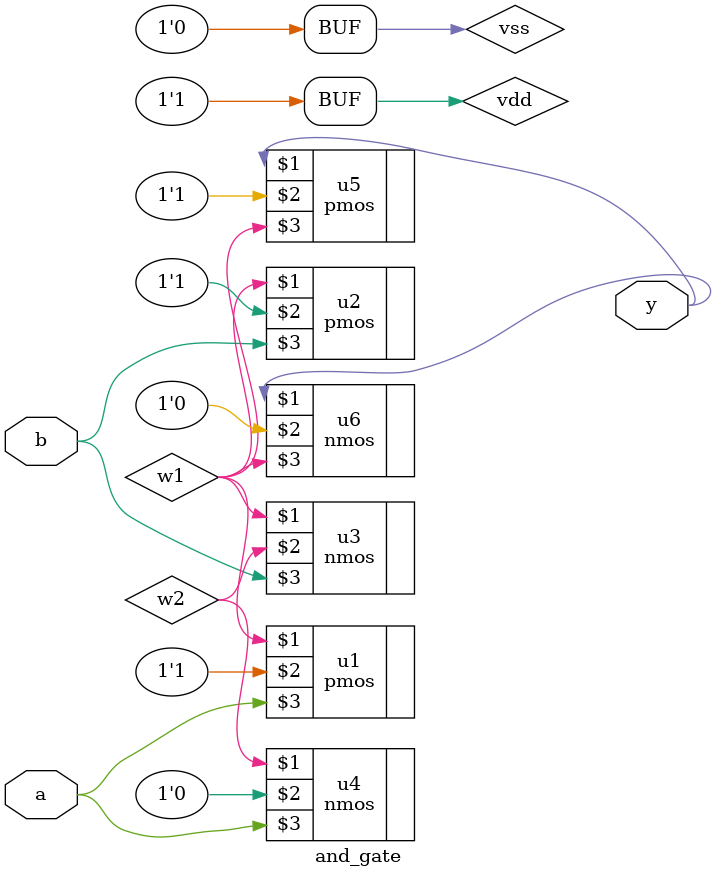
<source format=v>
module and_gate(
input a,b,
output y
  );
  wire w1,w2;
  supply1 vdd;
  supply0 vss;
  pmos u1(w1,vdd,a);
  pmos u2(w1,vdd,b);
  nmos u3(w1,w2,b);
  nmos u4(w2,vss,a);
  pmos u5(y,vdd,w1);
  nmos u6(y,vss,w1);
endmodule

</source>
